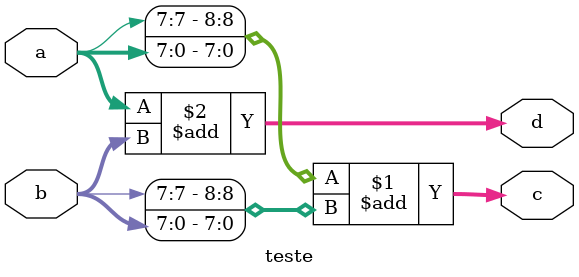
<source format=v>
module teste(
	input [7:0] a,
	input [7:0] b,
	output signed [8:0] c,
	output [8:0] d
);


assign c = $signed(a) + $signed(b);
assign d = a+b;


endmodule



</source>
